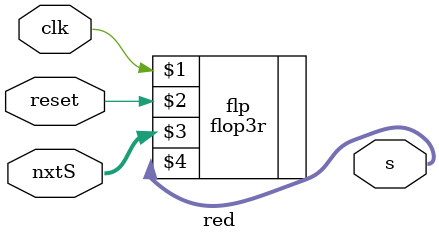
<source format=sv>
`timescale 1ns / 1ps


module red(
    input logic clk, reset,
    input logic [2:0] nxtS,
    output logic [2:0] s
    );
    
    //logic clkOut;
    
    //ClockDivider(clk,clk);
    
    flop3r flp(clk,reset ,nxtS, s);
    
endmodule

</source>
